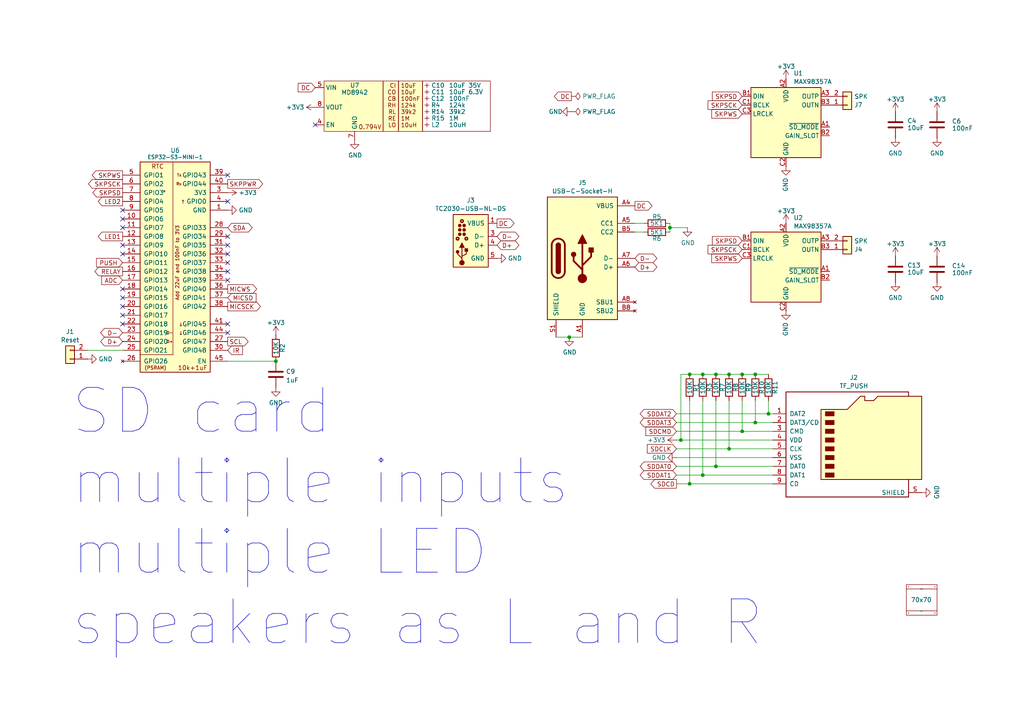
<source format=kicad_sch>
(kicad_sch (version 20231120) (generator "eeschema") (generator_version "8.0")
  (paper "A4")
  (title_block (title "LED driver") (rev "1") (comment 1 "@TheRealRevK") (comment 2 "www.me.uk"))
  (lib_symbols
    (symbol "Connector_Generic:Conn_01x02" (pin_names (offset 1.016) hide)
      (property "Reference" "J" (at 0 2.54 0))
      (property "Value" "Conn_01x02" (at 0 -5.08 0))
      (symbol "Conn_01x02_1_1"
        (rectangle (start -1.27 -2.413) (end 0 -2.667) (stroke (width 0.1524)))
        (rectangle (start -1.27 0.127) (end 0 -0.127) (stroke (width 0.1524)))
        (rectangle (start -1.27 1.27) (end 1.27 -3.81) (stroke (width 0.254)) (fill (type background)))
        (pin passive line (at -5.08 0 0) (length 3.81) (name "Pin_1") (number "1"))
        (pin passive line (at -5.08 -2.54 0) (length 3.81) (name "Pin_2") (number "2"))
      )
    )
    (symbol "Device:C" (pin_numbers hide) (pin_names (offset 0.254))
      (property "Reference" "C" (at 0.635 2.54 0))
      (property "Value" "C" (at 0.635 -2.54 0))
      (symbol "C_0_1"
        (polyline (pts (xy -2.032 -0.762) (xy 2.032 -0.762)) (stroke (width 0.508)))
        (polyline (pts (xy -2.032 0.762) (xy 2.032 0.762)) (stroke (width 0.508)))
      )
      (symbol "C_1_1"
        (pin passive line (at 0 3.81 270) (length 2.794) (name "~") (number "1"))
        (pin passive line (at 0 -3.81 90) (length 2.794) (name "~") (number "2"))
      )
    )
    (symbol "Device:R" (pin_numbers hide) (pin_names (offset 0))
      (property "Reference" "R" (at 2.032 0 90))
      (property "Value" "R" (at 0 0 90))
      (symbol "R_0_1"
        (rectangle (start -1.016 -2.54) (end 1.016 2.54) (stroke (width 0.254)))
      )
      (symbol "R_1_1"
        (pin passive line (at 0 3.81 270) (length 1.27) (name "~") (number "1"))
        (pin passive line (at 0 -3.81 90) (length 1.27) (name "~") (number "2"))
      )
    )
    (symbol "RevK:ESP32-S3-MINI-1-N4R2" (pin_names (offset 1.016))
      (property "Reference" "U" (at 9.525 28.575 0))
      (property "Value" "ESP32-S3-MINI-1-N4R2" (at 0 31.115 0))
      (symbol "ESP32-S3-MINI-1-N4R2_0_0"
        (rectangle (start -10.16 30.48) (end 10.16 -30.48) (stroke (width 0.254)) (fill (type background)))
      )
      (symbol "ESP32-S3-MINI-1-N4R2_1_1"
        (polyline (pts (xy -10.16 -25.4) (xy -0.635 -25.4)))
        (polyline (pts (xy -0.635 30.48) (xy -0.635 -25.4)))
        (text "(PSRAM)" (at -5.715 -29.21 0) (effects (font (size 1 1))))
        (text "*" (at -3.175 21.59 0) (effects (font (size 1.27 1.27))))
        (text "10k+1uF" (at 5.08 -29.21 0) (effects (font (size 1.27 1.27))))
        (text "Add 22uF and 100nF to 3V3" (at 0.635 1.27 900) (effects (font (size 1 1))))
        (text "D+" (at -2.54 -21.59 0) (effects (font (size 0.8 0.8)) (justify left)))
        (text "D-" (at -2.54 -19.05 0) (effects (font (size 0.8 0.8)) (justify left)))
        (text "RTC" (at -5.08 29.21 0) (effects (font (size 1.27 1.27))))
        (text "Rx" (at 1.905 24.13 0) (effects (font (size 0.8 0.8)) (justify right)))
        (text "Tx" (at 1.905 26.67 0) (effects (font (size 0.8 0.8)) (justify right)))
        (text "↑" (at 3.175 19.05 0) (effects (font (size 1.27 1.27)) (justify right)))
        (text "↓" (at 2.54 -19.05 0) (effects (font (size 1.27 1.27)) (justify right)))
        (text "↓" (at 2.54 -16.51 0) (effects (font (size 1.27 1.27)) (justify right)))
        (pin power_in line (at 15.24 16.51 180) (length 5.08) (name "GND") (number "1"))
        (pin passive line (at -15.24 13.97 0) (length 5.08) (name "GPIO6") (number "10"))
        (pin passive line (at -15.24 11.43 0) (length 5.08) (name "GPIO7") (number "11"))
        (pin passive line (at -15.24 8.89 0) (length 5.08) (name "GPIO8") (number "12"))
        (pin passive line (at -15.24 6.35 0) (length 5.08) (name "GPIO9") (number "13"))
        (pin passive line (at -15.24 3.81 0) (length 5.08) (name "GPIO10") (number "14"))
        (pin passive line (at -15.24 1.27 0) (length 5.08) (name "GPIO11") (number "15"))
        (pin passive line (at -15.24 -1.27 0) (length 5.08) (name "GPIO12") (number "16"))
        (pin passive line (at -15.24 -3.81 0) (length 5.08) (name "GPIO13") (number "17"))
        (pin passive line (at -15.24 -6.35 0) (length 5.08) (name "GPIO14") (number "18"))
        (pin passive line (at -15.24 -8.89 0) (length 5.08) (name "GPIO15") (number "19"))
        (pin power_in line (at 15.24 16.51 180) (length 5.08) hide (name "GND") (number "2"))
        (pin passive line (at -15.24 -11.43 0) (length 5.08) (name "GPIO16") (number "20"))
        (pin passive line (at -15.24 -13.97 0) (length 5.08) (name "GPIO17") (number "21"))
        (pin passive line (at -15.24 -16.51 0) (length 5.08) (name "GPIO18") (number "22"))
        (pin passive line (at -15.24 -19.05 0) (length 5.08) (name "GPIO19") (number "23"))
        (pin passive line (at -15.24 -21.59 0) (length 5.08) (name "GPIO20") (number "24"))
        (pin passive line (at -15.24 -24.13 0) (length 5.08) (name "GPIO21") (number "25"))
        (pin no_connect line (at -15.24 -27.305 0) (length 5.08) (name "GPIO26") (number "26"))
        (pin passive line (at 15.24 -21.59 180) (length 5.08) (name "GPIO47") (number "27"))
        (pin passive line (at 15.24 11.43 180) (length 5.08) (name "GPIO33") (number "28"))
        (pin passive line (at 15.24 8.89 180) (length 5.08) (name "GPIO34") (number "29"))
        (pin power_in line (at 15.24 21.59 180) (length 5.08) (name "3V3") (number "3"))
        (pin passive line (at 15.24 -24.13 180) (length 5.08) (name "GPIO48") (number "30"))
        (pin passive line (at 15.24 6.35 180) (length 5.08) (name "GPIO35") (number "31"))
        (pin passive line (at 15.24 3.81 180) (length 5.08) (name "GPIO36") (number "32"))
        (pin passive line (at 15.24 1.27 180) (length 5.08) (name "GPIO37") (number "33"))
        (pin passive line (at 15.24 -1.27 180) (length 5.08) (name "GPIO38") (number "34"))
        (pin passive line (at 15.24 -3.81 180) (length 5.08) (name "GPIO39") (number "35"))
        (pin passive line (at 15.24 -6.35 180) (length 5.08) (name "GPIO40") (number "36"))
        (pin passive line (at 15.24 -8.89 180) (length 5.08) (name "GPIO41") (number "37"))
        (pin passive line (at 15.24 -11.43 180) (length 5.08) (name "GPIO42") (number "38"))
        (pin passive line (at 15.24 26.67 180) (length 5.08) (name "GPIO43") (number "39"))
        (pin passive line (at 15.24 19.05 180) (length 5.08) (name "GPIO0") (number "4"))
        (pin passive line (at 15.24 24.13 180) (length 5.08) (name "GPIO44") (number "40"))
        (pin passive line (at 15.24 -16.51 180) (length 5.08) (name "GPIO45") (number "41"))
        (pin power_in line (at 15.24 16.51 180) (length 5.08) hide (name "GND") (number "42"))
        (pin power_in line (at 15.24 16.51 180) (length 5.08) hide (name "GND") (number "43"))
        (pin passive line (at 15.24 -19.05 180) (length 5.08) (name "GPIO46") (number "44"))
        (pin input line (at 15.24 -27.305 180) (length 5.08) (name "EN") (number "45"))
        (pin power_in line (at 15.24 16.51 180) (length 5.08) hide (name "GND") (number "46"))
        (pin power_in line (at 15.24 16.51 180) (length 5.08) hide (name "GND") (number "47"))
        (pin power_in line (at 15.24 16.51 180) (length 5.08) hide (name "GND") (number "48"))
        (pin power_in line (at 15.24 16.51 180) (length 5.08) hide (name "GND") (number "49"))
        (pin passive line (at -15.24 26.67 0) (length 5.08) (name "GPIO1") (number "5"))
        (pin power_in line (at 15.24 16.51 180) (length 5.08) hide (name "GND") (number "50"))
        (pin power_in line (at 15.24 16.51 180) (length 5.08) hide (name "GND") (number "51"))
        (pin power_in line (at 15.24 16.51 180) (length 5.08) hide (name "GND") (number "52"))
        (pin power_in line (at 15.24 16.51 180) (length 5.08) hide (name "GND") (number "53"))
        (pin power_in line (at 15.24 16.51 180) (length 5.08) hide (name "GND") (number "54"))
        (pin power_in line (at 15.24 16.51 180) (length 5.08) hide (name "GND") (number "55"))
        (pin power_in line (at 15.24 16.51 180) (length 5.08) hide (name "GND") (number "56"))
        (pin power_in line (at 15.24 16.51 180) (length 5.08) hide (name "GND") (number "57"))
        (pin power_in line (at 15.24 16.51 180) (length 5.08) hide (name "GND") (number "58"))
        (pin power_in line (at 15.24 16.51 180) (length 5.08) hide (name "GND") (number "59"))
        (pin passive line (at -15.24 24.13 0) (length 5.08) (name "GPIO2") (number "6"))
        (pin power_in line (at 15.24 16.51 180) (length 5.08) hide (name "GND") (number "60"))
        (pin power_in line (at 15.24 16.51 180) (length 5.08) hide (name "GND") (number "61"))
        (pin power_in line (at 15.24 16.51 180) (length 5.08) hide (name "GND") (number "62"))
        (pin power_in line (at 15.24 16.51 180) (length 5.08) hide (name "GND") (number "63"))
        (pin power_in line (at 15.24 16.51 180) (length 5.08) hide (name "GND") (number "64"))
        (pin power_in line (at 15.24 16.51 180) (length 5.08) hide (name "GND") (number "65"))
        (pin passive line (at -15.24 21.59 0) (length 5.08) (name "GPIO3") (number "7"))
        (pin passive line (at -15.24 19.05 0) (length 5.08) (name "GPIO4") (number "8"))
        (pin passive line (at -15.24 16.51 0) (length 5.08) (name "GPIO5") (number "9"))
      )
    )
    (symbol "RevK:Hidden" (pin_names (offset 1.016)) (in_bom no)
      (property "Reference" "Z" (at 0.635 0 0))
      (property "Value" "Hidden" (at 4.445 0 0))
      (symbol "Hidden_0_1"
        (polyline (pts (xy -0.635 0) (xy 0.635 0)) (stroke (width 0.1524)))
        (polyline (pts (xy 0 0.635) (xy 0 -0.635)) (stroke (width 0.1524)))
      )
    )
    (symbol "RevK:MAX98357A"
      (property "Reference" "U" (at -8.89 11.43 0))
      (property "Value" "MAX98357A" (at 10.16 11.43 0))
      (symbol "MAX98357A_1_1"
        (rectangle (start -10.16 10.16) (end 10.16 -10.16) (stroke (width 0.254)) (fill (type background)))
        (pin input line (at 12.7 -1.27 180) (length 2.54) (name "~{SD_MODE}") (number "A1"))
        (pin power_in line (at 0 12.7 270) (length 2.54) (name "VDD") (number "A2"))
        (pin output line (at 12.7 7.62 180) (length 2.54) (name "OUTP") (number "A3"))
        (pin input line (at -12.7 7.62 0) (length 2.54) (name "DIN") (number "B1"))
        (pin passive line (at 12.7 -3.81 180) (length 2.54) (name "GAIN_SLOT") (number "B2"))
        (pin output line (at 12.7 5.08 180) (length 2.54) (name "OUTN") (number "B3"))
        (pin input line (at -12.7 5.08 0) (length 2.54) (name "BCLK") (number "C1"))
        (pin power_in line (at 0 -12.7 90) (length 2.54) (name "GND") (number "C2"))
        (pin input line (at -12.7 2.54 0) (length 2.54) (name "LRCLK") (number "C3"))
      )
    )
    (symbol "RevK:MD89420-RegBlock"
      (property "Reference" "U" (at -0.635 4.445 0))
      (property "Value" "MD8942" (at 0 6.35 0))
      (symbol "MD89420-RegBlock_1_1"
        (rectangle (start -8.89 7.62) (end 8.255 -6.985) (fill (type background)))
        (rectangle (start 8.255 7.62) (end 12.7 -6.985) (fill (type background)))
        (rectangle (start 12.7 7.62) (end 19.685 -6.985) (fill (type background)))
        (rectangle (start 19.685 7.62) (end 39.37 -6.985))
        (text "0.794V" (at 4.445 -5.715 0) (effects (font (size 1.27 1.27))))
        (text "10uF\n10uF\n100nF\n124k\n39k2\n1M\n10uH" (at 13.335 6.985 0) (effects (font (size 1.185 1.185)) (justify left top)))
        (text "CI\nCO\nCB\nRH\nRL\nRE\nLO" (at 12.065 6.985 0) (effects (font (size 1.185 1.185)) (justify right top)))
        (pin no_connect line (at 5.715 0 0) (length 2.54) hide (name "") (number "1"))
        (pin power_in line (at 0 -9.525 90) (length 2.54) hide (name "GND") (number "2"))
        (pin no_connect line (at 5.715 1.905 0) (length 2.54) hide (name "") (number "3"))
        (pin input line (at -11.43 -5.08 0) (length 2.54) (name "EN") (number "4"))
        (pin power_in line (at -11.43 5.715 0) (length 2.54) (name "VIN") (number "5"))
        (pin no_connect line (at 5.715 -1.905 0) (length 2.54) hide (name "") (number "6"))
        (pin power_in line (at 0 -9.525 90) (length 2.54) (name "GND") (number "7"))
        (pin power_out line (at -11.43 0 0) (length 2.54) (name "VOUT") (number "8"))
      )
    )
    (symbol "RevK:PCB" (in_bom no)
      (property "Value" "XxY" (at 0 0 0))
      (symbol "PCB_0_1"
        (rectangle (start -4.445 4.445) (end 4.445 -4.445))
        (circle (center -3.81 -3.81) (radius 0.0001))
        (circle (center -3.81 3.81) (radius 0.0001))
        (circle (center 3.81 -3.81) (radius 0.0001))
        (circle (center 3.81 3.81) (radius 0.0001))
      )
    )
    (symbol "RevK:TC2030-USB-NL" (pin_names (offset 1.016)) (in_bom no)
      (property "Reference" "J" (at 0 10.922 0))
      (property "Value" "TC2030-USB-NL" (at 0 8.89 0))
      (symbol "TC2030-USB-NL_0_1"
        (rectangle (start -5.08 7.62) (end 5.08 -7.62) (stroke (width 0.254)) (fill (type background)))
        (circle (center -3.81 -3.175) (radius 0.381) (stroke (width 0.254)) (fill (type outline)))
        (circle (center -3.175 1.905) (radius 0.381) (stroke (width 0.254)) (fill (type outline)))
        (circle (center -3.175 3.175) (radius 0.381) (stroke (width 0.254)) (fill (type outline)))
        (circle (center -3.175 4.445) (radius 0.381) (stroke (width 0.254)) (fill (type outline)))
        (circle (center -2.54 -6.35) (radius 0.635) (stroke (width 0.254)) (fill (type outline)))
        (circle (center -1.905 1.905) (radius 0.381) (stroke (width 0.254)) (fill (type outline)))
        (circle (center -1.905 3.175) (radius 0.381) (stroke (width 0.254)) (fill (type outline)))
        (circle (center -1.905 4.445) (radius 0.381) (stroke (width 0.254)) (fill (type outline)))
        (rectangle (start -1.651 -2.286) (end -0.889 -3.048) (stroke (width 0.254)) (fill (type outline)))
        (polyline (pts (xy -3.175 -1.905) (xy -1.905 -1.905) (xy -2.54 -0.635) (xy -3.175 -1.905)) (stroke (width 0.254)) (fill (type outline)))
        (polyline (pts (xy -2.54 -5.715) (xy -2.54 -5.08) (xy -3.81 -3.81) (xy -3.81 -3.175)) (stroke (width 0.254)))
        (polyline (pts (xy -2.54 -5.08) (xy -2.54 -4.445) (xy -1.27 -3.81) (xy -1.27 -2.54)) (stroke (width 0.254)))
      )
      (symbol "TC2030-USB-NL_1_1"
        (circle (center -3.81 0.635) (radius 0.381) (stroke (width 0.4)))
        (circle (center -2.54 5.715) (radius 0.381) (stroke (width 0.4)))
        (circle (center -1.27 0.635) (radius 0.381) (stroke (width 0.4)))
        (polyline (pts (xy -2.54 -4.445) (xy -2.54 -1.905)) (stroke (width 0.254)))
        (pin passive line (at 7.62 5.08 180) (length 2.54) (name "VBUS") (number "1"))
        (pin passive line (at 7.62 5.08 180) (length 2.54) hide (name "VBUS") (number "2"))
        (pin bidirectional line (at 7.62 1.27 180) (length 2.54) (name "D-") (number "3"))
        (pin bidirectional line (at 7.62 -1.27 180) (length 2.54) (name "D+") (number "4"))
        (pin passive line (at 7.62 -5.08 180) (length 2.54) (name "GND") (number "5"))
        (pin passive line (at 7.62 -5.08 180) (length 2.54) hide (name "GND") (number "6"))
      )
    )
    (symbol "RevK:TF_PUSH" (pin_names (offset 1.016))
      (property "Reference" "J" (at -16.51 15.24 0))
      (property "Value" "TF_PUSH" (at 16.51 15.24 0))
      (symbol "TF_PUSH_0_1"
        (rectangle (start -7.62 -9.525) (end -5.08 -10.795) (fill (type outline)))
        (rectangle (start -7.62 -6.985) (end -5.08 -8.255) (fill (type outline)))
        (rectangle (start -7.62 -4.445) (end -5.08 -5.715) (fill (type outline)))
        (rectangle (start -7.62 -1.905) (end -5.08 -3.175) (fill (type outline)))
        (rectangle (start -7.62 0.635) (end -5.08 -0.635) (fill (type outline)))
        (rectangle (start -7.62 3.175) (end -5.08 1.905) (fill (type outline)))
        (rectangle (start -7.62 5.715) (end -5.08 4.445) (fill (type outline)))
        (rectangle (start -7.62 8.255) (end -5.08 6.985) (fill (type outline)))
        (polyline (pts (xy 16.51 12.7) (xy 16.51 13.97) (xy -19.05 13.97) (xy -19.05 -16.51) (xy 16.51 -16.51) (xy 16.51 -11.43)) (stroke (width 0.254)))
        (polyline (pts (xy -8.89 -11.43) (xy -8.89 8.89) (xy -1.27 8.89) (xy 2.54 12.7) (xy 3.81 12.7) (xy 3.81 11.43) (xy 6.35 11.43) (xy 7.62 12.7) (xy 20.32 12.7) (xy 20.32 -11.43) (xy -8.89 -11.43)) (stroke (width 0.254)) (fill (type background)))
      )
      (symbol "TF_PUSH_1_1"
        (pin bidirectional line (at -22.86 7.62 0) (length 3.81) (name "DAT2") (number "1"))
        (pin bidirectional line (at -22.86 5.08 0) (length 3.81) (name "DAT3/CD") (number "2"))
        (pin input line (at -22.86 2.54 0) (length 3.81) (name "CMD") (number "3"))
        (pin power_in line (at -22.86 0 0) (length 3.81) (name "VDD") (number "4"))
        (pin input line (at -22.86 -2.54 0) (length 3.81) (name "CLK") (number "5"))
        (pin power_in line (at -22.86 -5.08 0) (length 3.81) (name "VSS") (number "6"))
        (pin bidirectional line (at -22.86 -7.62 0) (length 3.81) (name "DAT0") (number "7"))
        (pin bidirectional line (at -22.86 -10.16 0) (length 3.81) (name "DAT1") (number "8"))
        (pin bidirectional line (at -22.86 -12.7 0) (length 3.81) (name "CD") (number "9"))
        (pin passive line (at 20.32 -15.24 180) (length 3.81) (name "SHIELD") (number "S"))
      )
    )
    (symbol "RevK:USB-C-Socket-H" (pin_names (offset 1.016))
      (property "Reference" "J" (at -10.16 19.05 0))
      (property "Value" "USB-C-Socket-V" (at 0.635 12.7 0))
      (symbol "USB-C-Socket-H_0_1"
        (rectangle (start -10.16 17.78) (end 10.16 -17.78) (stroke (width 0.254)) (fill (type background)))
        (arc (start -8.89 -3.81) (mid -6.985 -5.7067) (end -5.08 -3.81) (stroke (width 0.508)))
        (arc (start -7.62 -3.81) (mid -6.985 -4.4423) (end -6.35 -3.81) (stroke (width 0.254)))
        (arc (start -7.62 -3.81) (mid -6.985 -4.4423) (end -6.35 -3.81) (stroke (width 0.254)) (fill (type outline)))
        (rectangle (start -7.62 -3.81) (end -6.35 3.81) (stroke (width 0.254)) (fill (type outline)))
        (arc (start -6.35 3.81) (mid -6.985 4.4423) (end -7.62 3.81) (stroke (width 0.254)))
        (arc (start -6.35 3.81) (mid -6.985 4.4423) (end -7.62 3.81) (stroke (width 0.254)) (fill (type outline)))
        (arc (start -5.08 3.81) (mid -6.985 5.7067) (end -8.89 3.81) (stroke (width 0.508)))
        (circle (center -2.54 1.143) (radius 0.635) (stroke (width 0.254)) (fill (type outline)))
        (circle (center 0 -5.842) (radius 1.27) (fill (type outline)))
        (polyline (pts (xy -8.89 -3.81) (xy -8.89 3.81)) (stroke (width 0.508)))
        (polyline (pts (xy -5.08 3.81) (xy -5.08 -3.81)) (stroke (width 0.508)))
        (polyline (pts (xy 0 -5.842) (xy 0 4.318)) (stroke (width 0.508)))
        (polyline (pts (xy 0 -3.302) (xy -2.54 -0.762) (xy -2.54 0.508)) (stroke (width 0.508)))
        (polyline (pts (xy 0 -2.032) (xy 2.54 0.508) (xy 2.54 1.778)) (stroke (width 0.508)))
        (polyline (pts (xy -1.27 4.318) (xy 0 6.858) (xy 1.27 4.318) (xy -1.27 4.318)) (stroke (width 0.254)) (fill (type outline)))
        (rectangle (start 1.905 1.778) (end 3.175 3.048) (stroke (width 0.254)) (fill (type outline)))
      )
      (symbol "USB-C-Socket-H_1_1"
        (pin passive line (at 0 -22.86 90) (length 5.08) (name "GND") (number "A1"))
        (pin passive line (at 0 -22.86 90) (length 5.08) hide (name "GND") (number "A12"))
        (pin passive line (at 15.24 15.24 180) (length 5.08) (name "VBUS") (number "A4"))
        (pin bidirectional line (at 15.24 10.16 180) (length 5.08) (name "CC1") (number "A5"))
        (pin bidirectional line (at 15.24 -2.54 180) (length 5.08) (name "D+") (number "A6"))
        (pin bidirectional line (at 15.24 0 180) (length 5.08) (name "D-") (number "A7"))
        (pin no_connect line (at 15.24 -12.7 180) (length 5.08) (name "SBU1") (number "A8"))
        (pin passive line (at 15.24 15.24 180) (length 5.08) hide (name "VBUS") (number "A9"))
        (pin passive line (at 0 -22.86 90) (length 5.08) hide (name "GND") (number "B1"))
        (pin passive line (at 0 -22.86 90) (length 5.08) hide (name "GND") (number "B12"))
        (pin passive line (at 15.24 15.24 180) (length 5.08) hide (name "VBUS") (number "B4"))
        (pin bidirectional line (at 15.24 7.62 180) (length 5.08) (name "CC2") (number "B5"))
        (pin bidirectional line (at 15.24 -2.54 180) (length 5.08) hide (name "D+") (number "B6"))
        (pin bidirectional line (at 15.24 0 180) (length 5.08) hide (name "D-") (number "B7"))
        (pin no_connect line (at 15.24 -15.24 180) (length 5.08) (name "SBU2") (number "B8"))
        (pin passive line (at 15.24 15.24 180) (length 5.08) hide (name "VBUS") (number "B9"))
        (pin passive line (at -7.62 -22.86 90) (length 5.08) (name "SHIELD") (number "S1"))
      )
    )
    (symbol "RevK:VCUT" (in_bom no)
      (symbol "VCUT_0_1"
        (polyline (pts (xy -4.445 0) (xy 4.445 0)))
      )
    )
    (symbol "power:+3.3V" (power) (pin_numbers hide) (pin_names (offset 0) hide)
      (property "Value" "+3.3V" (at 0 3.556 0))
      (symbol "+3.3V_0_1"
        (polyline (pts (xy -0.762 1.27) (xy 0 2.54)))
        (polyline (pts (xy 0 0) (xy 0 2.54)))
        (polyline (pts (xy 0 2.54) (xy 0.762 1.27)))
      )
      (symbol "+3.3V_1_1"
        (pin power_in line (at 0 0 90) (length 0) (name "~") (number "1"))
      )
    )
    (symbol "power:GND" (power) (pin_numbers hide) (pin_names (offset 0) hide)
      (property "Value" "GND" (at 0 -3.81 0))
      (symbol "GND_0_1"
        (polyline (pts (xy 0 0) (xy 0 -1.27) (xy 1.27 -1.27) (xy 0 -2.54) (xy -1.27 -1.27) (xy 0 -1.27)))
      )
      (symbol "GND_1_1"
        (pin power_in line (at 0 0 270) (length 0) (name "~") (number "1"))
      )
    )
    (symbol "power:PWR_FLAG" (power) (pin_numbers hide) (pin_names (offset 0) hide)
      (property "Value" "PWR_FLAG" (at 0 3.81 0))
      (symbol "PWR_FLAG_0_0"
        (pin power_out line (at 0 0 90) (length 0) (name "~") (number "1"))
      )
      (symbol "PWR_FLAG_0_1"
        (polyline (pts (xy 0 0) (xy 0 1.27) (xy -1.016 1.905) (xy 0 2.54) (xy 1.016 1.905) (xy 0 1.27)))
      )
    )
  )
  (junction (at 222.885 120.015))
  (junction (at 211.455 108.585))
  (junction (at 197.485 127.635))
  (junction (at 203.835 137.795))
  (junction (at 211.455 130.175))
  (junction (at 215.265 108.585))
  (junction (at 207.645 135.255))
  (junction (at 207.645 108.585))
  (junction (at 219.075 108.585))
  (junction (at 215.265 125.095))
  (junction (at 165.1 97.79))
  (junction (at 200.025 140.335))
  (junction (at 219.075 122.555))
  (junction (at 200.025 108.585))
  (junction (at 194.31 66.04))
  (junction (at 203.835 108.585))
  (junction (at 80.01 104.775))
  (no_connect (at 66.04 71.12))
  (no_connect (at 66.04 58.42))
  (no_connect (at 66.04 50.8))
  (no_connect (at 35.56 60.96))
  (no_connect (at 35.56 91.44))
  (no_connect (at 66.04 96.52))
  (no_connect (at 35.56 73.66))
  (no_connect (at 35.56 66.04))
  (no_connect (at 66.04 73.66))
  (no_connect (at 35.56 71.12))
  (no_connect (at 91.44 36.195))
  (no_connect (at 35.56 93.98))
  (no_connect (at 66.04 81.28))
  (no_connect (at 35.56 63.5))
  (no_connect (at 66.04 76.2))
  (no_connect (at 35.56 83.82))
  (no_connect (at 66.04 93.98))
  (no_connect (at 66.04 78.74))
  (no_connect (at 35.56 88.9))
  (no_connect (at 66.04 68.58))
  (no_connect (at 35.56 86.36))
  (wire (pts (xy 203.835 108.585) (xy 207.645 108.585)))
  (wire (pts (xy 200.025 116.205) (xy 200.025 140.335)))
  (wire (pts (xy 211.455 116.205) (xy 211.455 130.175)))
  (wire (pts (xy 200.025 140.335) (xy 224.155 140.335)))
  (wire (pts (xy 219.075 122.555) (xy 224.155 122.555)))
  (wire (pts (xy 194.31 66.04) (xy 194.31 67.31)))
  (wire (pts (xy 222.885 116.205) (xy 222.885 120.015)))
  (wire (pts (xy 222.885 120.015) (xy 196.215 120.015)))
  (wire (pts (xy 196.215 135.255) (xy 207.645 135.255)))
  (wire (pts (xy 207.645 116.205) (xy 207.645 135.255)))
  (wire (pts (xy 203.835 108.585) (xy 200.025 108.585)))
  (wire (pts (xy 196.215 132.715) (xy 224.155 132.715)))
  (wire (pts (xy 197.485 108.585) (xy 197.485 127.635)))
  (wire (pts (xy 215.265 108.585) (xy 219.075 108.585)))
  (wire (pts (xy 161.29 97.79) (xy 165.1 97.79)))
  (wire (pts (xy 196.215 122.555) (xy 219.075 122.555)))
  (wire (pts (xy 219.075 116.205) (xy 219.075 122.555)))
  (wire (pts (xy 199.39 66.04) (xy 194.31 66.04)))
  (wire (pts (xy 215.265 125.095) (xy 224.155 125.095)))
  (wire (pts (xy 25.4 101.6) (xy 35.56 101.6)))
  (wire (pts (xy 200.025 108.585) (xy 197.485 108.585)))
  (wire (pts (xy 203.835 116.205) (xy 203.835 137.795)))
  (wire (pts (xy 211.455 130.175) (xy 224.155 130.175)))
  (wire (pts (xy 222.885 120.015) (xy 224.155 120.015)))
  (wire (pts (xy 194.31 64.77) (xy 194.31 66.04)))
  (wire (pts (xy 196.215 127.635) (xy 197.485 127.635)))
  (wire (pts (xy 207.645 108.585) (xy 211.455 108.585)))
  (wire (pts (xy 196.215 130.175) (xy 211.455 130.175)))
  (wire (pts (xy 207.645 135.255) (xy 224.155 135.255)))
  (wire (pts (xy 219.075 108.585) (xy 222.885 108.585)))
  (wire (pts (xy 184.15 64.77) (xy 186.69 64.77)))
  (wire (pts (xy 168.91 97.79) (xy 165.1 97.79)))
  (wire (pts (xy 184.15 67.31) (xy 186.69 67.31)))
  (wire (pts (xy 196.215 125.095) (xy 215.265 125.095)))
  (wire (pts (xy 215.265 116.205) (xy 215.265 125.095)))
  (wire (pts (xy 196.215 140.335) (xy 200.025 140.335)))
  (wire (pts (xy 211.455 108.585) (xy 215.265 108.585)))
  (wire (pts (xy 203.835 137.795) (xy 224.155 137.795)))
  (wire (pts (xy 196.215 137.795) (xy 203.835 137.795)))
  (wire (pts (xy 66.04 104.775) (xy 80.01 104.775)))
  (wire (pts (xy 197.485 127.635) (xy 224.155 127.635)))
  (text "SD card\nmultiple inputs\nmultiple LED\nspeakers as L and R" (at 20.32 150.114 0) (effects (font (size 12.7 12.7)) (justify left)))
  (global_label "D+" (shape bidirectional) (at 144.145 71.12 0) (property "Intersheetrefs" "${INTERSHEET_REFS}" (effects (hide yes))))
  (global_label "RELAY" (shape output) (at 35.56 78.74 180) (property "Intersheetrefs" "${INTERSHEET_REFS}" (effects (hide yes))))
  (global_label "IR" (shape input) (at 66.04 101.6 0) (property "Intersheetrefs" "${INTERSHEET_REFS}" (effects (hide yes))))
  (global_label "SKPSD" (shape input) (at 215.265 27.94 180) (property "Intersheetrefs" "${INTERSHEET_REFS}" (effects (hide yes))))
  (global_label "D+" (shape bidirectional) (at 35.56 99.06 180) (property "Intersheetrefs" "${INTERSHEET_REFS}" (effects (hide yes))))
  (global_label "PUSH" (shape input) (at 35.56 76.2 180) (property "Intersheetrefs" "${INTERSHEET_REFS}" (effects (hide yes))))
  (global_label "SKPSD" (shape input) (at 215.265 69.85 180) (property "Intersheetrefs" "${INTERSHEET_REFS}" (effects (hide yes))))
  (global_label "MICSCK" (shape output) (at 66.04 88.9 0) (property "Intersheetrefs" "${INTERSHEET_REFS}" (effects (hide yes))))
  (global_label "DC" (shape output) (at 144.145 64.77 0) (property "Intersheetrefs" "${INTERSHEET_REFS}" (effects (hide yes))))
  (global_label "SDCMD" (shape input) (at 196.215 125.095 180) (property "Intersheetrefs" "${INTERSHEET_REFS}" (effects (hide yes))))
  (global_label "SKPWS" (shape input) (at 215.265 33.02 180) (property "Intersheetrefs" "${INTERSHEET_REFS}" (effects (hide yes))))
  (global_label "SCL" (shape output) (at 66.04 99.06 0) (property "Intersheetrefs" "${INTERSHEET_REFS}" (effects (hide yes))))
  (global_label "SKPSD" (shape output) (at 35.56 55.88 180) (property "Intersheetrefs" "${INTERSHEET_REFS}" (effects (hide yes))))
  (global_label "DC" (shape output) (at 184.15 59.69 0) (property "Intersheetrefs" "${INTERSHEET_REFS}" (effects (hide yes))))
  (global_label "SKPSCK" (shape output) (at 35.56 53.34 180) (property "Intersheetrefs" "${INTERSHEET_REFS}" (effects (hide yes))))
  (global_label "SDDAT1" (shape bidirectional) (at 196.215 137.795 180) (property "Intersheetrefs" "${INTERSHEET_REFS}" (effects (hide yes))))
  (global_label "SDDAT0" (shape bidirectional) (at 196.215 135.255 180) (property "Intersheetrefs" "${INTERSHEET_REFS}" (effects (hide yes))))
  (global_label "D-" (shape bidirectional) (at 144.145 68.58 0) (property "Intersheetrefs" "${INTERSHEET_REFS}" (effects (hide yes))))
  (global_label "DC" (shape input) (at 91.44 25.4 180) (property "Intersheetrefs" "${INTERSHEET_REFS}" (effects (hide yes))))
  (global_label "ADC" (shape input) (at 35.56 81.28 180) (property "Intersheetrefs" "${INTERSHEET_REFS}" (effects (hide yes))))
  (global_label "SDCD" (shape output) (at 196.215 140.335 180) (property "Intersheetrefs" "${INTERSHEET_REFS}" (effects (hide yes))))
  (global_label "D-" (shape bidirectional) (at 184.15 74.93 0) (property "Intersheetrefs" "${INTERSHEET_REFS}" (effects (hide yes))))
  (global_label "DC" (shape output) (at 165.735 27.94 180) (property "Intersheetrefs" "${INTERSHEET_REFS}" (effects (hide yes))))
  (global_label "LED2" (shape output) (at 35.56 58.42 180) (property "Intersheetrefs" "${INTERSHEET_REFS}" (effects (hide yes))))
  (global_label "D+" (shape bidirectional) (at 184.15 77.47 0) (property "Intersheetrefs" "${INTERSHEET_REFS}" (effects (hide yes))))
  (global_label "SDA" (shape bidirectional) (at 66.04 66.04 0) (property "Intersheetrefs" "${INTERSHEET_REFS}" (effects (hide yes))))
  (global_label "SKPPWR" (shape output) (at 66.04 53.34 0) (property "Intersheetrefs" "${INTERSHEET_REFS}" (effects (hide yes))))
  (global_label "MICSD" (shape input) (at 66.04 86.36 0) (property "Intersheetrefs" "${INTERSHEET_REFS}" (effects (hide yes))))
  (global_label "MICWS" (shape output) (at 66.04 83.82 0) (property "Intersheetrefs" "${INTERSHEET_REFS}" (effects (hide yes))))
  (global_label "SDDAT2" (shape bidirectional) (at 196.215 120.015 180) (property "Intersheetrefs" "${INTERSHEET_REFS}" (effects (hide yes))))
  (global_label "LED1" (shape output) (at 35.56 68.58 180) (property "Intersheetrefs" "${INTERSHEET_REFS}" (effects (hide yes))))
  (global_label "D-" (shape bidirectional) (at 35.56 96.52 180) (property "Intersheetrefs" "${INTERSHEET_REFS}" (effects (hide yes))))
  (global_label "SKPWS" (shape output) (at 35.56 50.8 180) (property "Intersheetrefs" "${INTERSHEET_REFS}" (effects (hide yes))))
  (global_label "SDDAT3" (shape bidirectional) (at 196.215 122.555 180) (property "Intersheetrefs" "${INTERSHEET_REFS}" (effects (hide yes))))
  (global_label "SDCLK" (shape input) (at 196.215 130.175 180) (property "Intersheetrefs" "${INTERSHEET_REFS}" (effects (hide yes))))
  (global_label "SKPSCK" (shape input) (at 215.265 72.39 180) (property "Intersheetrefs" "${INTERSHEET_REFS}" (effects (hide yes))))
  (global_label "SKPWS" (shape input) (at 215.265 74.93 180) (property "Intersheetrefs" "${INTERSHEET_REFS}" (effects (hide yes))))
  (global_label "SKPSCK" (shape input) (at 215.265 30.48 180) (property "Intersheetrefs" "${INTERSHEET_REFS}" (effects (hide yes))))
  (symbol (lib_id "Device:R") (at 190.5 64.77 90) (unit 1)
    (property "Reference" "R5" (at 190.5 62.865 90))
    (property "Value" "5K1" (at 190.5 64.77 90))
    (property "Footprint" "RevK:R_0402" (effects (hide yes)))
    (property "Description" "Resistor" (effects (hide yes)))
  )
  (symbol (lib_id "power:GND") (at 199.39 66.04 0) (unit 1)
    (property "Reference" "#PWR011" (effects (hide yes)))
    (property "Value" "GND" (at 199.517 70.4342 0))
    (property "Description" "Power symbol creates a global label with name \"GND\" , ground" (effects (hide yes)))
  )
  (symbol (lib_id "power:GND") (at 165.1 97.79 0) (unit 1)
    (property "Reference" "#PWR012" (effects (hide yes)))
    (property "Value" "GND" (at 165.227 102.1842 0))
    (property "Description" "Power symbol creates a global label with name \"GND\" , ground" (effects (hide yes)))
  )
  (symbol (lib_id "Device:R") (at 190.5 67.31 270) (unit 1)
    (property "Reference" "R6" (at 190.5 69.215 90))
    (property "Value" "5K1" (at 190.5 67.31 90))
    (property "Footprint" "RevK:R_0402" (effects (hide yes)))
    (property "Description" "Resistor" (effects (hide yes)))
  )
  (symbol (lib_id "power:PWR_FLAG") (at 165.735 27.94 270) (unit 1)
    (property "Reference" "#FLG01" (effects (hide yes)))
    (property "Value" "PWR_FLAG" (at 168.91 27.94 90) (effects (justify left)))
    (property "Description" "Special symbol for telling ERC where power comes from" (effects (hide yes)))
  )
  (symbol (lib_id "power:PWR_FLAG") (at 165.735 32.385 270) (unit 1)
    (property "Reference" "#FLG02" (effects (hide yes)))
    (property "Value" "PWR_FLAG" (at 168.91 32.385 90) (effects (justify left)))
    (property "Description" "Special symbol for telling ERC where power comes from" (effects (hide yes)))
  )
  (symbol (lib_id "RevK:Hidden") (at 123.825 24.765 0) (unit 1)
    (property "Reference" "C10" (at 125.095 24.765 0) (effects (justify left)))
    (property "Value" "10uF 35V" (at 130.175 24.765 0) (effects (justify left)))
    (property "Footprint" "RevK:C_0603_" (effects (hide yes)))
    (property "LCSC Part #" "C194427" (effects (hide yes)))
  )
  (symbol (lib_id "Device:C") (at 271.78 36.195 0) (unit 1)
    (property "Reference" "C6" (at 276.098 35.179 0) (effects (justify left)))
    (property "Value" "100nF" (at 276.098 37.227 0) (effects (justify left)))
    (property "Footprint" "RevK:C_0402" (effects (hide yes)))
  )
  (symbol (lib_id "RevK:Hidden") (at 123.825 28.575 90) (unit 1)
    (property "Reference" "C12" (at 128.905 28.575 90) (effects (justify left)))
    (property "Value" "100nF" (at 130.175 28.575 90) (effects (justify right)))
    (property "Footprint" "RevK:C_0603_" (effects (hide yes)))
  )
  (symbol (lib_id "RevK:Hidden") (at 123.825 34.29 0) (unit 1)
    (property "Reference" "R15" (at 125.095 34.29 0) (effects (justify left)))
    (property "Value" "1M" (at 130.175 34.29 0) (effects (justify left)))
    (property "Footprint" "RevK:R_0402_" (effects (hide yes)))
  )
  (symbol (lib_id "power:GND") (at 80.01 112.395 0) (unit 1)
    (property "Reference" "#PWR022" (effects (hide yes)))
    (property "Value" "GND" (at 80.01 116.8384 0))
    (property "Description" "Power symbol creates a global label with name \"GND\" , ground" (effects (hide yes)))
  )
  (symbol (lib_id "RevK:Hidden") (at 123.825 30.48 0) (unit 1)
    (property "Reference" "R4" (at 126.365 30.48 0))
    (property "Value" "124k" (at 130.175 30.48 0) (effects (justify left)))
    (property "Footprint" "RevK:R_0402_" (effects (hide yes)))
  )
  (symbol (lib_id "Device:R") (at 200.025 112.395 0) (unit 1)
    (property "Reference" "R1" (at 201.93 112.395 90))
    (property "Value" "10K" (at 200.025 112.395 90))
    (property "Footprint" "RevK:R_0402" (effects (hide yes)))
  )
  (symbol (lib_id "Device:R") (at 203.835 112.395 0) (unit 1)
    (property "Reference" "R3" (at 205.74 112.395 90))
    (property "Value" "10K" (at 203.835 112.395 90))
    (property "Footprint" "RevK:R_0402" (effects (hide yes)))
  )
  (symbol (lib_id "RevK:ESP32-S3-MINI-1-N4R2") (at 50.8 77.47 0) (unit 1)
    (property "Reference" "U6" (at 50.8 43.6332 0))
    (property "Value" "ESP32-S3-MINI-1" (at 50.8 45.5696 0) (effects (font (size 1.1 1.1))))
    (property "Footprint" "RevK:ESP32-S3-MINI-1" (effects (hide yes)))
    (property "Datasheet" "https://www.espressif.com/sites/default/files/documentation/esp32-s3-mini-1_mini-1u_datasheet_en.pdf" (effects (hide yes)))
    (property "LCSC Part #" "C3013941" (effects (hide yes)))
  )
  (symbol (lib_id "Device:C") (at 271.78 78.105 0) (unit 1)
    (property "Reference" "C14" (at 276.098 77.089 0) (effects (justify left)))
    (property "Value" "100nF" (at 276.098 79.137 0) (effects (justify left)))
    (property "Footprint" "RevK:C_0402" (effects (hide yes)))
  )
  (symbol (lib_id "power:GND") (at 267.335 142.875 90) (unit 1)
    (property "Reference" "#PWR05" (effects (hide yes)))
    (property "Value" "GND" (at 271.7292 142.748 0))
  )
  (symbol (lib_id "power:GND") (at 227.965 90.17 0) (mirror y) (unit 1)
    (property "Reference" "#PWR029" (effects (hide yes)))
    (property "Value" "GND" (at 227.838 93.4212 90) (effects (justify right)))
  )
  (symbol (lib_id "power:+3.3V") (at 66.04 55.88 270) (unit 1)
    (property "Reference" "#PWR019" (effects (hide yes)))
    (property "Value" "+3V3" (at 69.215 55.88 90) (effects (justify left)))
    (property "Description" "Power symbol creates a global label with name \"+3.3V\"" (effects (hide yes)))
  )
  (symbol (lib_id "power:GND") (at 102.87 40.64 0) (unit 1)
    (property "Reference" "#PWR025" (effects (hide yes)))
    (property "Value" "GND" (at 102.997 45.0342 0))
    (property "Description" "Power symbol creates a global label with name \"GND\" , ground" (effects (hide yes)))
  )
  (symbol (lib_id "power:+3.3V") (at 80.01 97.155 0) (unit 1)
    (property "Reference" "#PWR021" (effects (hide yes)))
    (property "Value" "+3V3" (at 80.01 93.5792 0))
    (property "Description" "Power symbol creates a global label with name \"+3.3V\"" (effects (hide yes)))
  )
  (symbol (lib_id "Device:R") (at 222.885 112.395 0) (unit 1)
    (property "Reference" "R11" (at 224.79 112.395 90))
    (property "Value" "10K" (at 222.885 112.395 90))
    (property "Footprint" "RevK:R_0402" (effects (hide yes)))
  )
  (symbol (lib_id "Connector_Generic:Conn_01x02") (at 20.32 104.14 180) (unit 1) (in_bom no)
    (property "Reference" "J1" (at 20.32 96.1855 0))
    (property "Value" "Reset" (at 20.32 98.6098 0))
    (property "Footprint" "RevK:AA-Pad" (effects (hide yes)))
    (property "Description" "Generic connector, single row, 01x02, script generated (kicad-library-utils/schlib/autogen/connector/)" (effects (hide yes)))
  )
  (symbol (lib_id "power:GND") (at 271.78 40.005 0) (unit 1)
    (property "Reference" "#PWR045" (effects (hide yes)))
    (property "Value" "GND" (at 271.78 44.4484 0))
    (property "Description" "Power symbol creates a global label with name \"GND\" , ground" (effects (hide yes)))
  )
  (symbol (lib_id "power:GND") (at 227.965 48.26 0) (mirror y) (unit 1)
    (property "Reference" "#PWR04" (effects (hide yes)))
    (property "Value" "GND" (at 227.838 51.5112 90) (effects (justify right)))
  )
  (symbol (lib_id "Device:C") (at 259.715 36.195 0) (unit 1)
    (property "Reference" "C4" (at 263.144 35.052 0) (effects (justify left)))
    (property "Value" "10uF" (at 263.144 37.084 0) (effects (justify left)))
    (property "Footprint" "RevK:C_0402" (effects (hide yes)))
    (property "LCSC Part #" "C15525" (effects (hide yes)))
  )
  (symbol (lib_id "RevK:TC2030-USB-NL") (at 136.525 69.85 0) (unit 1) (in_bom no)
    (property "Reference" "J3" (at 136.525 58.0855 0))
    (property "Value" "TC2030-USB-NL-DS" (at 136.525 60.5098 0))
    (property "Footprint" "RevK:Tag-Connect_TC2030-IDC-NL_2x03_P1.27mm_Vertical" (effects (hide yes)))
    (property "Datasheet" " ~" (effects (hide yes)))
    (property "Description" "TC2030-USB-NL" (effects (hide yes)))
  )
  (symbol (lib_id "power:GND") (at 66.04 60.96 90) (unit 1)
    (property "Reference" "#PWR020" (effects (hide yes)))
    (property "Value" "GND" (at 69.215 60.96 90) (effects (justify right)))
    (property "Description" "Power symbol creates a global label with name \"GND\" , ground" (effects (hide yes)))
  )
  (symbol (lib_id "RevK:TF_PUSH") (at 247.015 127.635 0) (unit 1)
    (property "Reference" "J2" (at 247.65 109.5207 0))
    (property "Value" "TF_PUSH" (at 247.65 111.9449 0))
    (property "Footprint" "RevK:TF_PUSH" (effects (hide yes)))
    (property "Datasheet" "https://datasheet.lcsc.com/lcsc/1912111437_SHOU-HAN-TF-PUSH_C393941.pdf" (effects (hide yes)))
    (property "LCSC Part #" "C393941" (effects (hide yes)))
    (property "JLCPCB Position Offset" "0,3.075" (effects (hide yes)))
  )
  (symbol (lib_id "Device:R") (at 219.075 112.395 0) (unit 1)
    (property "Reference" "R10" (at 220.98 112.395 90))
    (property "Value" "10K" (at 219.075 112.395 90))
    (property "Footprint" "RevK:R_0402" (effects (hide yes)))
  )
  (symbol (lib_id "power:+3.3V") (at 271.78 32.385 0) (unit 1)
    (property "Reference" "#PWR041" (effects (hide yes)))
    (property "Value" "+3V3" (at 271.78 28.8092 0))
    (property "Description" "Power symbol creates a global label with name \"+3.3V\"" (effects (hide yes)))
  )
  (symbol (lib_id "RevK:USB-C-Socket-H") (at 168.91 74.93 0) (unit 1)
    (property "Reference" "J5" (at 168.91 53.0057 0))
    (property "Value" "USB-C-Socket-H" (at 168.91 55.4299 0))
    (property "Footprint" "RevK:USB-C-Socket-H" (effects (hide yes)))
    (property "Description" "USB 2.0-only Type-C Receptacle connector" (effects (hide yes)))
    (property "LCSC Part #" "C709357" (effects (hide yes)))
  )
  (symbol (lib_id "RevK:MAX98357A") (at 227.965 35.56 0) (unit 1)
    (property "Reference" "U1" (at 230.1591 21.2555 0) (effects (justify left)))
    (property "Value" "MAX98357A" (at 230.1591 23.6798 0) (effects (justify left)))
    (property "Footprint" "RevK:WLP-1.437mmx1.347mm-0.21mm-ball" (effects (hide yes)))
    (property "Datasheet" "https://www.analog.com/media/en/technical-documentation/data-sheets/MAX98357A-MAX98357B.pdf" (effects (hide yes)))
    (property "Description" "Mono DAC with amplifier, I2S, PCM, TDM, 32-bit, 96khz, 3.2W, WLP" (effects (hide yes)))
  )
  (symbol (lib_id "RevK:MAX98357A") (at 227.965 77.47 0) (unit 1)
    (property "Reference" "U2" (at 230.1591 63.1655 0) (effects (justify left)))
    (property "Value" "MAX98357A" (at 230.1591 65.5898 0) (effects (justify left)))
    (property "Footprint" "RevK:WLP-1.437mmx1.347mm-0.21mm-ball" (effects (hide yes)))
    (property "Datasheet" "https://www.analog.com/media/en/technical-documentation/data-sheets/MAX98357A-MAX98357B.pdf" (effects (hide yes)))
    (property "Description" "Mono DAC with amplifier, I2S, PCM, TDM, 32-bit, 96khz, 3.2W, WLP" (effects (hide yes)))
  )
  (symbol (lib_id "power:GND") (at 144.145 74.93 90) (unit 1)
    (property "Reference" "#PWR014" (effects (hide yes)))
    (property "Value" "GND" (at 147.32 74.93 90) (effects (justify right)))
    (property "Description" "Power symbol creates a global label with name \"GND\" , ground" (effects (hide yes)))
  )
  (symbol (lib_id "power:GND") (at 259.715 40.005 0) (unit 1)
    (property "Reference" "#PWR039" (effects (hide yes)))
    (property "Value" "GND" (at 259.715 44.4484 0))
    (property "Description" "Power symbol creates a global label with name \"GND\" , ground" (effects (hide yes)))
  )
  (symbol (lib_id "Device:R") (at 211.455 112.395 0) (unit 1)
    (property "Reference" "R8" (at 213.36 112.395 90))
    (property "Value" "10K" (at 211.455 112.395 90))
    (property "Footprint" "RevK:R_0402" (effects (hide yes)))
  )
  (symbol (lib_id "power:+3.3V") (at 259.715 32.385 0) (unit 1)
    (property "Reference" "#PWR09" (effects (hide yes)))
    (property "Value" "+3V3" (at 259.715 28.8092 0))
    (property "Description" "Power symbol creates a global label with name \"+3.3V\"" (effects (hide yes)))
  )
  (symbol (lib_id "Connector_Generic:Conn_01x02") (at 245.745 30.48 0) (mirror x) (unit 1)
    (property "Reference" "J7" (at 247.777 30.4222 0) (effects (justify left)))
    (property "Value" "SPK" (at 247.777 27.9979 0) (effects (justify left)))
    (property "Footprint" "RevK:WAGO-2060-452-998-404" (effects (hide yes)))
    (property "Description" "Generic connector, single row, 01x02, script generated (kicad-library-utils/schlib/autogen/connector/)" (effects (hide yes)))
    (property "LCSC Part #" "C2765055" (effects (hide yes)))
  )
  (symbol (lib_id "power:+3.3V") (at 227.965 22.86 0) (unit 1)
    (property "Reference" "#PWR02" (effects (hide yes)))
    (property "Value" "+3V3" (at 227.965 19.2842 0))
    (property "Description" "Power symbol creates a global label with name \"+3.3V\"" (effects (hide yes)))
  )
  (symbol (lib_id "Device:R") (at 80.01 100.965 0) (unit 1)
    (property "Reference" "R2" (at 81.915 100.965 90))
    (property "Value" "10K" (at 80.01 100.965 90))
    (property "Footprint" "RevK:R_0402" (effects (hide yes)))
    (property "Description" "Resistor" (effects (hide yes)))
  )
  (symbol (lib_id "RevK:Hidden") (at 123.825 36.195 90) (unit 1)
    (property "Reference" "L2" (at 125.095 36.195 90) (effects (justify right)))
    (property "Value" "10uH" (at 130.175 36.195 90) (effects (justify right)))
    (property "Footprint" "RevK:L_4x4_" (effects (hide yes)))
  )
  (symbol (lib_id "power:GND") (at 165.735 32.385 270) (unit 1)
    (property "Reference" "#PWR013" (effects (hide yes)))
    (property "Value" "GND" (at 161.163 32.385 90))
    (property "Description" "Power symbol creates a global label with name \"GND\" , ground" (effects (hide yes)))
  )
  (symbol (lib_id "RevK:VCUT") (at 267.335 177.165 0) (unit 1) (exclude_from_sim yes) (in_bom no)
    (property "Reference" "V2" (effects (hide yes)))
    (property "Value" "~" (at 267.335 177.165 0))
    (property "Footprint" "RevK:VCUT70N" (effects (hide yes)))
  )
  (symbol (lib_id "power:+3.3V") (at 227.965 64.77 0) (unit 1)
    (property "Reference" "#PWR030" (effects (hide yes)))
    (property "Value" "+3V3" (at 227.965 61.1942 0))
    (property "Description" "Power symbol creates a global label with name \"+3.3V\"" (effects (hide yes)))
  )
  (symbol (lib_id "power:GND") (at 271.78 81.915 0) (unit 1)
    (property "Reference" "#PWR036" (effects (hide yes)))
    (property "Value" "GND" (at 271.78 86.3584 0))
    (property "Description" "Power symbol creates a global label with name \"GND\" , ground" (effects (hide yes)))
  )
  (symbol (lib_id "RevK:MD89420-RegBlock") (at 102.87 31.115 0) (unit 1)
    (property "Reference" "U7" (at 102.87 24.765 0))
    (property "Value" "MD8942" (at 102.87 26.813 0))
    (property "Footprint" "RevK:SOT-23-6-MD8942" (effects (hide yes)))
    (property "Datasheet" "https://datasheet.lcsc.com/lcsc/2101111937_Shanghai-Mingda-Microelectronics-MD8942_C2684786.pdf" (effects (hide yes)))
    (property "LCSC Part #" "C2684786" (effects (hide yes)))
  )
  (symbol (lib_id "power:GND") (at 196.215 132.715 270) (unit 1)
    (property "Reference" "#PWR03" (effects (hide yes)))
    (property "Value" "GND" (at 191.135 132.715 90))
    (property "Description" "Power symbol creates a global label with name \"GND\" , ground" (effects (hide yes)))
  )
  (symbol (lib_id "RevK:PCB") (at 267.335 173.99 0) (unit 1) (in_bom no)
    (property "Reference" "PCB1" (effects (hide yes)))
    (property "Value" "70x70" (at 264.16 173.99 0) (effects (justify left)))
    (property "Footprint" "RevK:PCB7070" (effects (hide yes)))
  )
  (symbol (lib_id "power:+3.3V") (at 196.215 127.635 90) (unit 1)
    (property "Reference" "#PWR01" (effects (hide yes)))
    (property "Value" "+3V3" (at 193.04 127.635 90) (effects (justify left)))
    (property "Description" "Power symbol creates a global label with name \"+3.3V\"" (effects (hide yes)))
  )
  (symbol (lib_id "Connector_Generic:Conn_01x02") (at 245.745 72.39 0) (mirror x) (unit 1)
    (property "Reference" "J4" (at 247.777 72.3322 0) (effects (justify left)))
    (property "Value" "SPK" (at 247.777 69.9079 0) (effects (justify left)))
    (property "Footprint" "RevK:WAGO-2060-452-998-404" (effects (hide yes)))
    (property "Description" "Generic connector, single row, 01x02, script generated (kicad-library-utils/schlib/autogen/connector/)" (effects (hide yes)))
    (property "LCSC Part #" "C2765055" (effects (hide yes)))
  )
  (symbol (lib_id "RevK:Hidden") (at 123.825 26.67 0) (unit 1)
    (property "Reference" "C11" (at 125.095 26.67 0) (effects (justify left)))
    (property "Value" "10uF 6.3V" (at 130.175 26.67 0) (effects (justify left)))
    (property "Footprint" "RevK:C_0603_" (effects (hide yes)))
    (property "LCSC Part #" "C1691" (effects (hide yes)))
  )
  (symbol (lib_id "power:GND") (at 25.4 104.14 90) (unit 1)
    (property "Reference" "#PWR035" (effects (hide yes)))
    (property "Value" "GND" (at 28.575 104.14 90) (effects (justify right)))
    (property "Description" "Power symbol creates a global label with name \"GND\" , ground" (effects (hide yes)))
  )
  (symbol (lib_id "power:GND") (at 259.715 81.915 0) (unit 1)
    (property "Reference" "#PWR033" (effects (hide yes)))
    (property "Value" "GND" (at 259.715 86.3584 0))
    (property "Description" "Power symbol creates a global label with name \"GND\" , ground" (effects (hide yes)))
  )
  (symbol (lib_id "power:+3.3V") (at 91.44 31.115 90) (unit 1)
    (property "Reference" "#PWR024" (effects (hide yes)))
    (property "Value" "+3V3" (at 88.265 31.115 90) (effects (justify left)))
    (property "Description" "Power symbol creates a global label with name \"+3.3V\"" (effects (hide yes)))
  )
  (symbol (lib_id "RevK:VCUT") (at 267.335 170.815 0) (unit 1) (exclude_from_sim yes) (in_bom no)
    (property "Reference" "V1" (effects (hide yes)))
    (property "Value" "~" (at 267.335 170.815 0))
    (property "Footprint" "RevK:VCUT70N" (effects (hide yes)))
  )
  (symbol (lib_id "power:+3.3V") (at 271.78 74.295 0) (unit 1)
    (property "Reference" "#PWR034" (effects (hide yes)))
    (property "Value" "+3V3" (at 271.78 70.7192 0))
    (property "Description" "Power symbol creates a global label with name \"+3.3V\"" (effects (hide yes)))
  )
  (symbol (lib_id "power:+3.3V") (at 259.715 74.295 0) (unit 1)
    (property "Reference" "#PWR032" (effects (hide yes)))
    (property "Value" "+3V3" (at 259.715 70.7192 0))
    (property "Description" "Power symbol creates a global label with name \"+3.3V\"" (effects (hide yes)))
  )
  (symbol (lib_id "Device:R") (at 215.265 112.395 0) (unit 1)
    (property "Reference" "R9" (at 217.17 112.395 90))
    (property "Value" "10K" (at 215.265 112.395 90))
    (property "Footprint" "RevK:R_0402" (effects (hide yes)))
  )
  (symbol (lib_id "Device:C") (at 80.01 108.585 0) (unit 1)
    (property "Reference" "C9" (at 82.931 107.7503 0) (effects (justify left)))
    (property "Value" "1uF" (at 82.931 110.2872 0) (effects (justify left)))
    (property "Footprint" "RevK:C_0402" (effects (hide yes)))
    (property "Description" "Unpolarized capacitor" (effects (hide yes)))
  )
  (symbol (lib_id "Device:R") (at 207.645 112.395 0) (unit 1)
    (property "Reference" "R7" (at 209.55 112.395 90))
    (property "Value" "10K" (at 207.645 112.395 90))
    (property "Footprint" "RevK:R_0402" (effects (hide yes)))
  )
  (symbol (lib_id "RevK:Hidden") (at 123.825 32.385 270) (unit 1)
    (property "Reference" "R14" (at 127 32.385 90))
    (property "Value" "39k2" (at 130.175 32.385 90) (effects (justify left)))
    (property "Footprint" "RevK:R_0402_" (effects (hide yes)))
  )
  (symbol (lib_id "Device:C") (at 259.715 78.105 0) (unit 1)
    (property "Reference" "C13" (at 263.144 76.962 0) (effects (justify left)))
    (property "Value" "10uF" (at 263.144 78.994 0) (effects (justify left)))
    (property "Footprint" "RevK:C_0402" (effects (hide yes)))
    (property "LCSC Part #" "C15525" (effects (hide yes)))
  )
)
</source>
